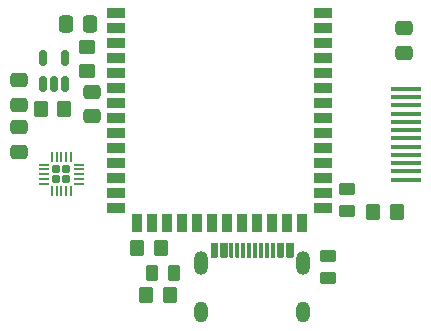
<source format=gbr>
%TF.GenerationSoftware,KiCad,Pcbnew,8.0.1*%
%TF.CreationDate,2024-05-06T20:31:10+02:00*%
%TF.ProjectId,smartknob,736d6172-746b-46e6-9f62-2e6b69636164,rev?*%
%TF.SameCoordinates,Original*%
%TF.FileFunction,Paste,Top*%
%TF.FilePolarity,Positive*%
%FSLAX46Y46*%
G04 Gerber Fmt 4.6, Leading zero omitted, Abs format (unit mm)*
G04 Created by KiCad (PCBNEW 8.0.1) date 2024-05-06 20:31:10*
%MOMM*%
%LPD*%
G01*
G04 APERTURE LIST*
G04 Aperture macros list*
%AMRoundRect*
0 Rectangle with rounded corners*
0 $1 Rounding radius*
0 $2 $3 $4 $5 $6 $7 $8 $9 X,Y pos of 4 corners*
0 Add a 4 corners polygon primitive as box body*
4,1,4,$2,$3,$4,$5,$6,$7,$8,$9,$2,$3,0*
0 Add four circle primitives for the rounded corners*
1,1,$1+$1,$2,$3*
1,1,$1+$1,$4,$5*
1,1,$1+$1,$6,$7*
1,1,$1+$1,$8,$9*
0 Add four rect primitives between the rounded corners*
20,1,$1+$1,$2,$3,$4,$5,0*
20,1,$1+$1,$4,$5,$6,$7,0*
20,1,$1+$1,$6,$7,$8,$9,0*
20,1,$1+$1,$8,$9,$2,$3,0*%
G04 Aperture macros list end*
%ADD10C,0.000000*%
%ADD11RoundRect,0.150000X0.150000X-0.512500X0.150000X0.512500X-0.150000X0.512500X-0.150000X-0.512500X0*%
%ADD12RoundRect,0.250000X-0.475000X0.337500X-0.475000X-0.337500X0.475000X-0.337500X0.475000X0.337500X0*%
%ADD13RoundRect,0.250000X-0.450000X0.262500X-0.450000X-0.262500X0.450000X-0.262500X0.450000X0.262500X0*%
%ADD14RoundRect,0.250000X-0.262500X-0.450000X0.262500X-0.450000X0.262500X0.450000X-0.262500X0.450000X0*%
%ADD15RoundRect,0.250000X-0.350000X-0.450000X0.350000X-0.450000X0.350000X0.450000X-0.350000X0.450000X0*%
%ADD16O,1.200000X2.000000*%
%ADD17O,1.200000X1.800000*%
%ADD18R,0.300000X1.300000*%
%ADD19RoundRect,0.250000X0.450000X-0.350000X0.450000X0.350000X-0.450000X0.350000X-0.450000X-0.350000X0*%
%ADD20RoundRect,0.250000X0.475000X-0.337500X0.475000X0.337500X-0.475000X0.337500X-0.475000X-0.337500X0*%
%ADD21R,2.500000X0.350000*%
%ADD22RoundRect,0.250000X0.350000X0.450000X-0.350000X0.450000X-0.350000X-0.450000X0.350000X-0.450000X0*%
%ADD23RoundRect,0.172500X0.172500X0.172500X-0.172500X0.172500X-0.172500X-0.172500X0.172500X-0.172500X0*%
%ADD24RoundRect,0.050000X0.362500X0.050000X-0.362500X0.050000X-0.362500X-0.050000X0.362500X-0.050000X0*%
%ADD25RoundRect,0.050000X0.050000X0.362500X-0.050000X0.362500X-0.050000X-0.362500X0.050000X-0.362500X0*%
%ADD26R,1.500000X0.900000*%
%ADD27R,0.900000X1.500000*%
%ADD28RoundRect,0.250000X0.450000X-0.262500X0.450000X0.262500X-0.450000X0.262500X-0.450000X-0.262500X0*%
%ADD29RoundRect,0.250000X-0.337500X-0.475000X0.337500X-0.475000X0.337500X0.475000X-0.337500X0.475000X0*%
G04 APERTURE END LIST*
D10*
%TO.C,U3*%
G36*
X115150000Y-92226500D02*
G01*
X114850000Y-92226500D01*
X114850000Y-90927500D01*
X115150000Y-90927500D01*
X115150000Y-92226500D01*
G37*
G36*
X115650000Y-92226500D02*
G01*
X115350000Y-92226500D01*
X115350000Y-90927500D01*
X115650000Y-90927500D01*
X115650000Y-92226500D01*
G37*
G36*
X116150000Y-92226500D02*
G01*
X115850000Y-92226500D01*
X115850000Y-90927500D01*
X116150000Y-90927500D01*
X116150000Y-92226500D01*
G37*
G36*
X116650000Y-92226500D02*
G01*
X116350000Y-92226500D01*
X116350000Y-90927500D01*
X116650000Y-90927500D01*
X116650000Y-92226500D01*
G37*
G36*
X117150000Y-92226500D02*
G01*
X116850000Y-92226500D01*
X116850000Y-90927500D01*
X117150000Y-90927500D01*
X117150000Y-92226500D01*
G37*
G36*
X117650000Y-92226500D02*
G01*
X117350000Y-92226500D01*
X117350000Y-90927500D01*
X117650000Y-90927500D01*
X117650000Y-92226500D01*
G37*
G36*
X118150000Y-92226500D02*
G01*
X117850000Y-92226500D01*
X117850000Y-90927500D01*
X118150000Y-90927500D01*
X118150000Y-92226500D01*
G37*
G36*
X118650000Y-92226500D02*
G01*
X118350000Y-92226500D01*
X118350000Y-90927500D01*
X118650000Y-90927500D01*
X118650000Y-92226500D01*
G37*
G36*
X113800000Y-92227500D02*
G01*
X113300000Y-92227500D01*
X113300000Y-92204500D01*
X113300000Y-90927500D01*
X113800000Y-90927500D01*
X113800000Y-92227500D01*
G37*
G36*
X114600000Y-92227500D02*
G01*
X114100000Y-92227500D01*
X114100000Y-92204500D01*
X114100000Y-90927500D01*
X114600000Y-90927500D01*
X114600000Y-92227500D01*
G37*
G36*
X119400000Y-92227500D02*
G01*
X118900000Y-92227500D01*
X118900000Y-92204500D01*
X118900000Y-90927500D01*
X119400000Y-90927500D01*
X119400000Y-92227500D01*
G37*
G36*
X120200000Y-92227500D02*
G01*
X119700000Y-92227500D01*
X119700000Y-92204500D01*
X119700000Y-90927500D01*
X120200000Y-90927500D01*
X120200000Y-92227500D01*
G37*
%TD*%
D11*
%TO.C,U2*%
X99050000Y-77537500D03*
X100000000Y-77537500D03*
X100950000Y-77537500D03*
X100950000Y-75262500D03*
X99050000Y-75262500D03*
%TD*%
D12*
%TO.C,C7*%
X97000000Y-81162500D03*
X97000000Y-83237500D03*
%TD*%
D13*
%TO.C,R19*%
X124800000Y-86387500D03*
X124800000Y-88212500D03*
%TD*%
D14*
%TO.C,R5*%
X108300000Y-93500000D03*
X110125000Y-93500000D03*
%TD*%
D15*
%TO.C,R9*%
X127000000Y-88300000D03*
X129000000Y-88300000D03*
%TD*%
D16*
%TO.C,U3*%
X112425000Y-92645500D03*
D17*
X112425000Y-96845500D03*
D16*
X121075000Y-92645500D03*
D17*
X121075000Y-96845500D03*
D18*
X113400000Y-91577500D03*
X114200000Y-91577500D03*
X115500000Y-91577500D03*
X116500000Y-91577500D03*
X117000000Y-91577500D03*
X118000000Y-91577500D03*
X119300000Y-91577500D03*
X120100000Y-91577500D03*
X119800000Y-91577500D03*
X119000000Y-91577500D03*
X118500000Y-91577500D03*
X117500000Y-91577500D03*
X116000000Y-91577500D03*
X115000000Y-91577500D03*
X114500000Y-91577500D03*
X113700000Y-91577500D03*
%TD*%
D19*
%TO.C,R1*%
X102800000Y-76400000D03*
X102800000Y-74400000D03*
%TD*%
D20*
%TO.C,C1*%
X103200000Y-80237500D03*
X103200000Y-78162500D03*
%TD*%
D21*
%TO.C,U9*%
X129800000Y-77900000D03*
X129800000Y-78600000D03*
X129800000Y-79300000D03*
X129800000Y-80000000D03*
X129800000Y-80700000D03*
X129800000Y-81400000D03*
X129800000Y-82100000D03*
X129800000Y-82800000D03*
X129800000Y-83500000D03*
X129800000Y-84200000D03*
X129800000Y-84900000D03*
X129800000Y-85600000D03*
%TD*%
D22*
%TO.C,R8*%
X109800000Y-95400000D03*
X107800000Y-95400000D03*
%TD*%
D23*
%TO.C,U7*%
X101025000Y-85562500D03*
X101025000Y-84712500D03*
X100175000Y-85562500D03*
X100175000Y-84712500D03*
D24*
X102062500Y-85937500D03*
X102062500Y-85537500D03*
X102062500Y-85137500D03*
X102062500Y-84737500D03*
X102062500Y-84337500D03*
D25*
X101400000Y-83675000D03*
X101000000Y-83675000D03*
X100600000Y-83675000D03*
X100200000Y-83675000D03*
X99800000Y-83675000D03*
D24*
X99137500Y-84337500D03*
X99137500Y-84737500D03*
X99137500Y-85137500D03*
X99137500Y-85537500D03*
X99137500Y-85937500D03*
D25*
X99800000Y-86600000D03*
X100200000Y-86600000D03*
X100600000Y-86600000D03*
X101000000Y-86600000D03*
X101400000Y-86600000D03*
%TD*%
D15*
%TO.C,R7*%
X107000000Y-91400000D03*
X109000000Y-91400000D03*
%TD*%
D26*
%TO.C,U1*%
X105250000Y-71490000D03*
X105250000Y-72760000D03*
X105250000Y-74030000D03*
X105250000Y-75300000D03*
X105250000Y-76570000D03*
X105250000Y-77840000D03*
X105250000Y-79110000D03*
X105250000Y-80380000D03*
X105250000Y-81650000D03*
X105250000Y-82920000D03*
X105250000Y-84190000D03*
X105250000Y-85460000D03*
X105250000Y-86730000D03*
X105250000Y-88000000D03*
D27*
X107015000Y-89250000D03*
X108285000Y-89250000D03*
X109555000Y-89250000D03*
X110825000Y-89250000D03*
X112095000Y-89250000D03*
X113365000Y-89250000D03*
X114635000Y-89250000D03*
X115905000Y-89250000D03*
X117175000Y-89250000D03*
X118445000Y-89250000D03*
X119715000Y-89250000D03*
X120985000Y-89250000D03*
D26*
X122750000Y-88000000D03*
X122750000Y-86730000D03*
X122750000Y-85460000D03*
X122750000Y-84190000D03*
X122750000Y-82920000D03*
X122750000Y-81650000D03*
X122750000Y-80380000D03*
X122750000Y-79110000D03*
X122750000Y-77840000D03*
X122750000Y-76570000D03*
X122750000Y-75300000D03*
X122750000Y-74030000D03*
X122750000Y-72760000D03*
X122750000Y-71490000D03*
%TD*%
D20*
%TO.C,C6*%
X129600000Y-74837500D03*
X129600000Y-72762500D03*
%TD*%
D28*
%TO.C,R6*%
X123200000Y-93912500D03*
X123200000Y-92087500D03*
%TD*%
D22*
%TO.C,R4*%
X100850000Y-79600000D03*
X98850000Y-79600000D03*
%TD*%
D12*
%TO.C,C2*%
X97000000Y-77162500D03*
X97000000Y-79237500D03*
%TD*%
D29*
%TO.C,C4*%
X100962500Y-72400000D03*
X103037500Y-72400000D03*
%TD*%
M02*

</source>
